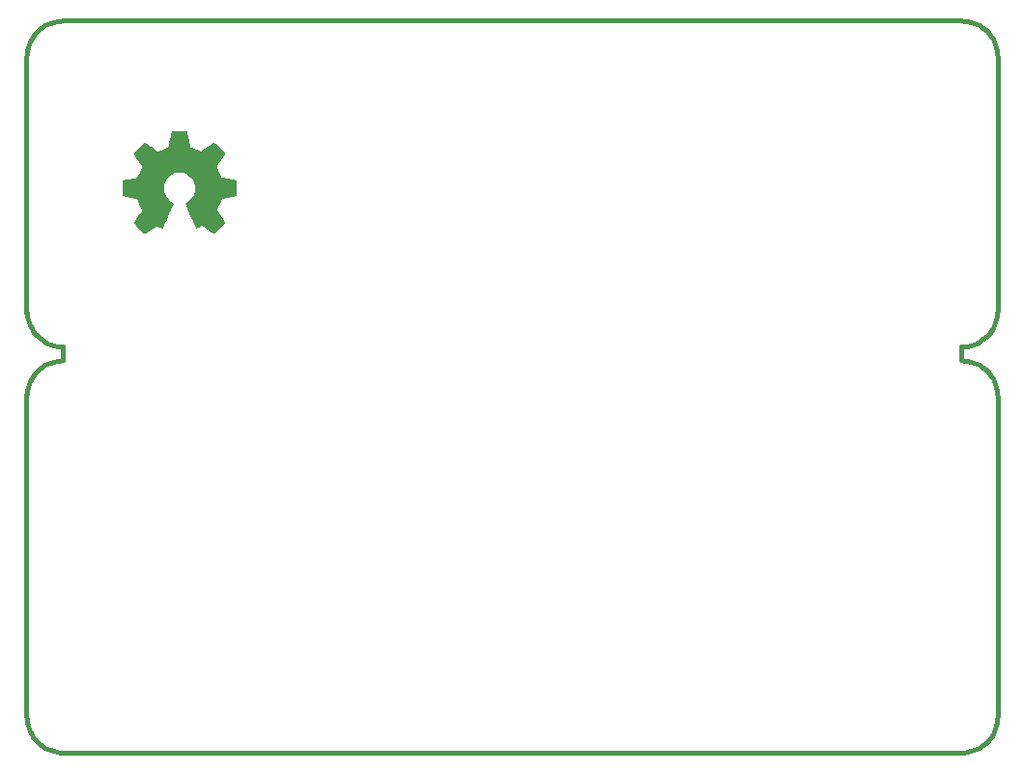
<source format=gbo>
G04 (created by PCBNEW-RS274X (2012-apr-16-27)-stable) date Wed 27 Feb 2013 09:22:31 PM CET*
G01*
G70*
G90*
%MOIN*%
G04 Gerber Fmt 3.4, Leading zero omitted, Abs format*
%FSLAX34Y34*%
G04 APERTURE LIST*
%ADD10C,0.006000*%
%ADD11C,0.015000*%
%ADD12C,0.000100*%
G04 APERTURE END LIST*
G54D10*
G54D11*
X36693Y-37165D02*
X36693Y-37638D01*
X68937Y-35906D02*
X68937Y-27165D01*
X67677Y-37638D02*
X67677Y-37165D01*
X35433Y-38819D02*
X35433Y-49921D01*
X35433Y-27165D02*
X35433Y-35984D01*
X67677Y-25906D02*
X36693Y-25906D01*
X68937Y-49921D02*
X68937Y-38898D01*
X36693Y-51181D02*
X67677Y-51181D01*
X68937Y-38898D02*
X68932Y-38789D01*
X68917Y-38680D01*
X68894Y-38572D01*
X68861Y-38468D01*
X68818Y-38366D01*
X68768Y-38269D01*
X68709Y-38176D01*
X68642Y-38089D01*
X68567Y-38008D01*
X68486Y-37933D01*
X68399Y-37866D01*
X68307Y-37807D01*
X68209Y-37757D01*
X68107Y-37714D01*
X68003Y-37681D01*
X67895Y-37658D01*
X67786Y-37643D01*
X67677Y-37638D01*
X67677Y-37166D02*
X67786Y-37161D01*
X67895Y-37146D01*
X68003Y-37123D01*
X68107Y-37090D01*
X68209Y-37047D01*
X68307Y-36997D01*
X68399Y-36938D01*
X68486Y-36871D01*
X68567Y-36796D01*
X68642Y-36715D01*
X68709Y-36628D01*
X68768Y-36535D01*
X68818Y-36438D01*
X68861Y-36336D01*
X68894Y-36232D01*
X68917Y-36124D01*
X68932Y-36015D01*
X68937Y-35906D01*
X68936Y-27165D02*
X68931Y-27056D01*
X68916Y-26947D01*
X68893Y-26840D01*
X68860Y-26735D01*
X68818Y-26633D01*
X68767Y-26536D01*
X68708Y-26443D01*
X68641Y-26356D01*
X68567Y-26275D01*
X68486Y-26201D01*
X68399Y-26134D01*
X68306Y-26075D01*
X68209Y-26024D01*
X68107Y-25982D01*
X68002Y-25949D01*
X67895Y-25926D01*
X67786Y-25911D01*
X67677Y-25906D01*
X36693Y-25905D02*
X36584Y-25910D01*
X36475Y-25925D01*
X36367Y-25948D01*
X36263Y-25981D01*
X36161Y-26024D01*
X36064Y-26074D01*
X35971Y-26133D01*
X35884Y-26200D01*
X35803Y-26275D01*
X35728Y-26356D01*
X35661Y-26443D01*
X35602Y-26536D01*
X35552Y-26633D01*
X35509Y-26735D01*
X35476Y-26839D01*
X35453Y-26947D01*
X35438Y-27056D01*
X35433Y-27165D01*
X35433Y-35905D02*
X35438Y-36014D01*
X35453Y-36123D01*
X35476Y-36231D01*
X35509Y-36335D01*
X35552Y-36437D01*
X35602Y-36534D01*
X35661Y-36627D01*
X35728Y-36714D01*
X35803Y-36795D01*
X35884Y-36870D01*
X35971Y-36937D01*
X36064Y-36996D01*
X36161Y-37046D01*
X36263Y-37089D01*
X36367Y-37122D01*
X36475Y-37145D01*
X36584Y-37160D01*
X36693Y-37165D01*
X36693Y-37638D02*
X36584Y-37643D01*
X36475Y-37658D01*
X36367Y-37681D01*
X36263Y-37714D01*
X36161Y-37757D01*
X36064Y-37807D01*
X35971Y-37866D01*
X35884Y-37933D01*
X35803Y-38008D01*
X35728Y-38089D01*
X35661Y-38176D01*
X35602Y-38269D01*
X35552Y-38366D01*
X35509Y-38468D01*
X35476Y-38572D01*
X35453Y-38680D01*
X35438Y-38789D01*
X35433Y-38898D01*
X35433Y-49921D02*
X35438Y-50030D01*
X35453Y-50139D01*
X35476Y-50247D01*
X35509Y-50351D01*
X35552Y-50453D01*
X35602Y-50550D01*
X35661Y-50643D01*
X35728Y-50730D01*
X35803Y-50811D01*
X35884Y-50886D01*
X35971Y-50953D01*
X36064Y-51012D01*
X36161Y-51062D01*
X36263Y-51105D01*
X36367Y-51138D01*
X36475Y-51161D01*
X36584Y-51176D01*
X36693Y-51181D01*
X67677Y-51181D02*
X67786Y-51176D01*
X67895Y-51161D01*
X68003Y-51138D01*
X68107Y-51105D01*
X68209Y-51062D01*
X68307Y-51012D01*
X68399Y-50953D01*
X68486Y-50886D01*
X68567Y-50811D01*
X68642Y-50730D01*
X68709Y-50643D01*
X68768Y-50550D01*
X68818Y-50453D01*
X68861Y-50351D01*
X68894Y-50247D01*
X68917Y-50139D01*
X68932Y-50030D01*
X68937Y-49921D01*
G54D12*
G36*
X39516Y-33264D02*
X39536Y-33253D01*
X39583Y-33224D01*
X39648Y-33181D01*
X39726Y-33129D01*
X39804Y-33077D01*
X39868Y-33034D01*
X39913Y-33005D01*
X39932Y-32994D01*
X39942Y-32998D01*
X39979Y-33016D01*
X40033Y-33044D01*
X40064Y-33060D01*
X40113Y-33081D01*
X40138Y-33086D01*
X40142Y-33079D01*
X40160Y-33041D01*
X40188Y-32977D01*
X40225Y-32891D01*
X40268Y-32791D01*
X40313Y-32684D01*
X40359Y-32574D01*
X40403Y-32469D01*
X40441Y-32375D01*
X40472Y-32298D01*
X40492Y-32245D01*
X40500Y-32222D01*
X40498Y-32217D01*
X40473Y-32193D01*
X40430Y-32161D01*
X40337Y-32085D01*
X40245Y-31970D01*
X40189Y-31840D01*
X40170Y-31695D01*
X40186Y-31561D01*
X40239Y-31432D01*
X40329Y-31316D01*
X40438Y-31229D01*
X40566Y-31175D01*
X40709Y-31157D01*
X40846Y-31173D01*
X40978Y-31225D01*
X41094Y-31313D01*
X41143Y-31370D01*
X41211Y-31487D01*
X41249Y-31613D01*
X41253Y-31645D01*
X41248Y-31783D01*
X41207Y-31916D01*
X41134Y-32035D01*
X41032Y-32132D01*
X41020Y-32141D01*
X40973Y-32176D01*
X40941Y-32200D01*
X40917Y-32220D01*
X41093Y-32644D01*
X41121Y-32711D01*
X41169Y-32827D01*
X41212Y-32927D01*
X41245Y-33006D01*
X41269Y-33059D01*
X41279Y-33081D01*
X41280Y-33082D01*
X41296Y-33085D01*
X41328Y-33073D01*
X41387Y-33044D01*
X41426Y-33024D01*
X41471Y-33002D01*
X41492Y-32994D01*
X41509Y-33004D01*
X41552Y-33032D01*
X41615Y-33074D01*
X41691Y-33125D01*
X41763Y-33174D01*
X41829Y-33218D01*
X41878Y-33249D01*
X41901Y-33262D01*
X41905Y-33262D01*
X41926Y-33250D01*
X41964Y-33218D01*
X42022Y-33164D01*
X42103Y-33083D01*
X42116Y-33071D01*
X42183Y-33002D01*
X42237Y-32945D01*
X42274Y-32904D01*
X42287Y-32886D01*
X42287Y-32886D01*
X42275Y-32863D01*
X42245Y-32815D01*
X42201Y-32747D01*
X42147Y-32669D01*
X42007Y-32465D01*
X42084Y-32272D01*
X42107Y-32213D01*
X42137Y-32142D01*
X42160Y-32091D01*
X42171Y-32069D01*
X42192Y-32061D01*
X42245Y-32049D01*
X42321Y-32033D01*
X42412Y-32016D01*
X42499Y-32000D01*
X42577Y-31985D01*
X42634Y-31974D01*
X42659Y-31969D01*
X42665Y-31965D01*
X42671Y-31953D01*
X42674Y-31926D01*
X42676Y-31879D01*
X42677Y-31804D01*
X42677Y-31695D01*
X42677Y-31683D01*
X42676Y-31580D01*
X42674Y-31497D01*
X42671Y-31443D01*
X42668Y-31422D01*
X42667Y-31422D01*
X42643Y-31416D01*
X42588Y-31404D01*
X42509Y-31389D01*
X42416Y-31371D01*
X42410Y-31370D01*
X42317Y-31352D01*
X42239Y-31336D01*
X42184Y-31323D01*
X42161Y-31316D01*
X42156Y-31309D01*
X42138Y-31273D01*
X42111Y-31215D01*
X42080Y-31145D01*
X42050Y-31072D01*
X42023Y-31006D01*
X42006Y-30957D01*
X42000Y-30935D01*
X42001Y-30934D01*
X42015Y-30912D01*
X42047Y-30864D01*
X42092Y-30797D01*
X42146Y-30717D01*
X42150Y-30711D01*
X42204Y-30633D01*
X42247Y-30566D01*
X42276Y-30519D01*
X42287Y-30497D01*
X42287Y-30496D01*
X42269Y-30472D01*
X42229Y-30428D01*
X42172Y-30368D01*
X42103Y-30298D01*
X42081Y-30277D01*
X42004Y-30202D01*
X41951Y-30153D01*
X41918Y-30127D01*
X41902Y-30121D01*
X41902Y-30122D01*
X41878Y-30136D01*
X41828Y-30168D01*
X41761Y-30214D01*
X41681Y-30268D01*
X41675Y-30272D01*
X41597Y-30326D01*
X41531Y-30370D01*
X41485Y-30401D01*
X41464Y-30413D01*
X41461Y-30413D01*
X41429Y-30404D01*
X41373Y-30384D01*
X41304Y-30357D01*
X41231Y-30328D01*
X41165Y-30300D01*
X41115Y-30278D01*
X41092Y-30264D01*
X41091Y-30263D01*
X41083Y-30235D01*
X41069Y-30176D01*
X41053Y-30095D01*
X41034Y-29999D01*
X41031Y-29983D01*
X41014Y-29889D01*
X40999Y-29812D01*
X40988Y-29758D01*
X40982Y-29736D01*
X40969Y-29733D01*
X40923Y-29730D01*
X40853Y-29728D01*
X40768Y-29727D01*
X40679Y-29728D01*
X40592Y-29730D01*
X40518Y-29732D01*
X40465Y-29736D01*
X40443Y-29740D01*
X40442Y-29742D01*
X40434Y-29771D01*
X40421Y-29830D01*
X40404Y-29911D01*
X40386Y-30008D01*
X40382Y-30025D01*
X40365Y-30118D01*
X40349Y-30195D01*
X40338Y-30248D01*
X40332Y-30269D01*
X40323Y-30273D01*
X40285Y-30290D01*
X40222Y-30316D01*
X40144Y-30347D01*
X39964Y-30420D01*
X39743Y-30269D01*
X39723Y-30255D01*
X39643Y-30201D01*
X39578Y-30158D01*
X39533Y-30128D01*
X39514Y-30118D01*
X39512Y-30118D01*
X39490Y-30138D01*
X39447Y-30179D01*
X39387Y-30237D01*
X39317Y-30306D01*
X39266Y-30358D01*
X39205Y-30420D01*
X39166Y-30461D01*
X39145Y-30488D01*
X39138Y-30504D01*
X39140Y-30515D01*
X39154Y-30538D01*
X39186Y-30586D01*
X39232Y-30653D01*
X39286Y-30731D01*
X39330Y-30797D01*
X39378Y-30871D01*
X39409Y-30924D01*
X39420Y-30950D01*
X39417Y-30960D01*
X39402Y-31004D01*
X39375Y-31069D01*
X39342Y-31147D01*
X39265Y-31322D01*
X39151Y-31344D01*
X39081Y-31357D01*
X38984Y-31376D01*
X38891Y-31394D01*
X38746Y-31422D01*
X38741Y-31955D01*
X38763Y-31965D01*
X38785Y-31971D01*
X38839Y-31983D01*
X38915Y-31998D01*
X39006Y-32015D01*
X39083Y-32029D01*
X39161Y-32044D01*
X39217Y-32055D01*
X39241Y-32060D01*
X39248Y-32069D01*
X39267Y-32106D01*
X39295Y-32166D01*
X39326Y-32238D01*
X39357Y-32313D01*
X39384Y-32382D01*
X39403Y-32434D01*
X39411Y-32461D01*
X39400Y-32482D01*
X39371Y-32528D01*
X39328Y-32593D01*
X39275Y-32670D01*
X39222Y-32747D01*
X39177Y-32813D01*
X39146Y-32861D01*
X39133Y-32883D01*
X39140Y-32897D01*
X39171Y-32935D01*
X39229Y-32995D01*
X39316Y-33081D01*
X39330Y-33095D01*
X39399Y-33161D01*
X39457Y-33215D01*
X39498Y-33251D01*
X39516Y-33264D01*
X39516Y-33264D01*
G37*
M02*

</source>
